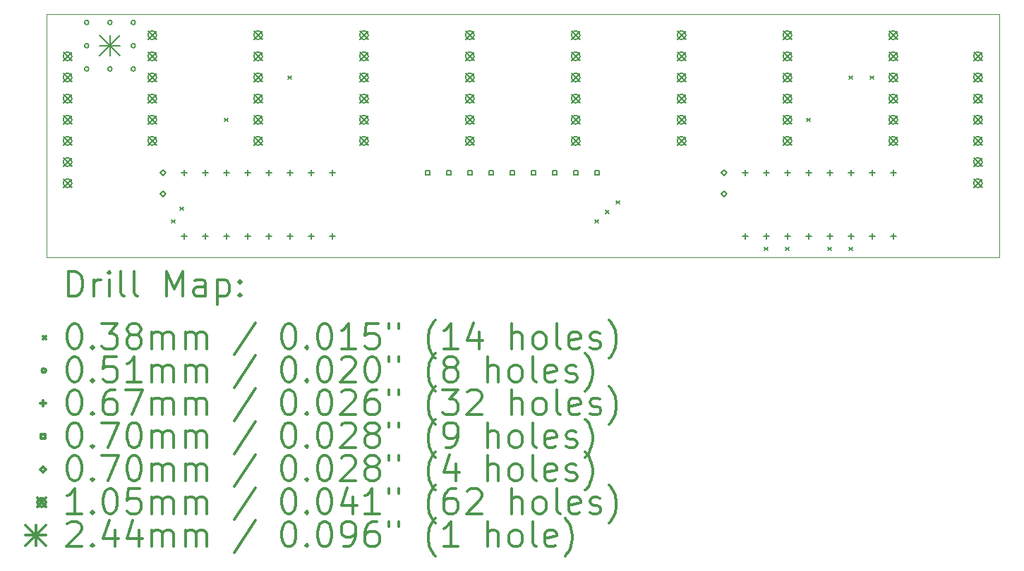
<source format=gbr>
%FSLAX45Y45*%
G04 Gerber Fmt 4.5, Leading zero omitted, Abs format (unit mm)*
G04 Created by KiCad (PCBNEW (2015-07-26 BZR 5996)-product) date 2015-09-04 23:49:22*
%MOMM*%
G01*
G04 APERTURE LIST*
%ADD10C,0.127000*%
%ADD11C,0.100000*%
%ADD12C,0.200000*%
%ADD13C,0.300000*%
G04 APERTURE END LIST*
D10*
D11*
X0Y-2921000D02*
X0Y0D01*
X11430000Y-2921000D02*
X0Y-2921000D01*
X11430000Y0D02*
X11430000Y-2921000D01*
X11430000Y0D02*
X0Y0D01*
D12*
X1504950Y-2470150D02*
X1543050Y-2508250D01*
X1543050Y-2470150D02*
X1504950Y-2508250D01*
X1606550Y-2317750D02*
X1644650Y-2355850D01*
X1644650Y-2317750D02*
X1606550Y-2355850D01*
X2139950Y-1250950D02*
X2178050Y-1289050D01*
X2178050Y-1250950D02*
X2139950Y-1289050D01*
X2901950Y-742950D02*
X2940050Y-781050D01*
X2940050Y-742950D02*
X2901950Y-781050D01*
X6584950Y-2470150D02*
X6623050Y-2508250D01*
X6623050Y-2470150D02*
X6584950Y-2508250D01*
X6711950Y-2355850D02*
X6750050Y-2393950D01*
X6750050Y-2355850D02*
X6711950Y-2393950D01*
X6838950Y-2241550D02*
X6877050Y-2279650D01*
X6877050Y-2241550D02*
X6838950Y-2279650D01*
X8616950Y-2800350D02*
X8655050Y-2838450D01*
X8655050Y-2800350D02*
X8616950Y-2838450D01*
X8870950Y-2800350D02*
X8909050Y-2838450D01*
X8909050Y-2800350D02*
X8870950Y-2838450D01*
X9124950Y-1250950D02*
X9163050Y-1289050D01*
X9163050Y-1250950D02*
X9124950Y-1289050D01*
X9378950Y-2800350D02*
X9417050Y-2838450D01*
X9417050Y-2800350D02*
X9378950Y-2838450D01*
X9632950Y-742950D02*
X9671050Y-781050D01*
X9671050Y-742950D02*
X9632950Y-781050D01*
X9632950Y-2800350D02*
X9671050Y-2838450D01*
X9671050Y-2800350D02*
X9632950Y-2838450D01*
X9886950Y-742950D02*
X9925050Y-781050D01*
X9925050Y-742950D02*
X9886950Y-781050D01*
X508000Y-101600D02*
G75*
G03X508000Y-101600I-25400J0D01*
G01*
X508000Y-381000D02*
G75*
G03X508000Y-381000I-25400J0D01*
G01*
X508000Y-660400D02*
G75*
G03X508000Y-660400I-25400J0D01*
G01*
X787400Y-101600D02*
G75*
G03X787400Y-101600I-25400J0D01*
G01*
X787400Y-660400D02*
G75*
G03X787400Y-660400I-25400J0D01*
G01*
X1066800Y-101600D02*
G75*
G03X1066800Y-101600I-25400J0D01*
G01*
X1066800Y-381000D02*
G75*
G03X1066800Y-381000I-25400J0D01*
G01*
X1066800Y-660400D02*
G75*
G03X1066800Y-660400I-25400J0D01*
G01*
X1651000Y-1871500D02*
X1651000Y-1938500D01*
X1617500Y-1905000D02*
X1684500Y-1905000D01*
X1651000Y-2633500D02*
X1651000Y-2700500D01*
X1617500Y-2667000D02*
X1684500Y-2667000D01*
X1905000Y-1871500D02*
X1905000Y-1938500D01*
X1871500Y-1905000D02*
X1938500Y-1905000D01*
X1905000Y-2633500D02*
X1905000Y-2700500D01*
X1871500Y-2667000D02*
X1938500Y-2667000D01*
X2159000Y-1871500D02*
X2159000Y-1938500D01*
X2125500Y-1905000D02*
X2192500Y-1905000D01*
X2159000Y-2633500D02*
X2159000Y-2700500D01*
X2125500Y-2667000D02*
X2192500Y-2667000D01*
X2413000Y-1871500D02*
X2413000Y-1938500D01*
X2379500Y-1905000D02*
X2446500Y-1905000D01*
X2413000Y-2633500D02*
X2413000Y-2700500D01*
X2379500Y-2667000D02*
X2446500Y-2667000D01*
X2667000Y-1871500D02*
X2667000Y-1938500D01*
X2633500Y-1905000D02*
X2700500Y-1905000D01*
X2667000Y-2633500D02*
X2667000Y-2700500D01*
X2633500Y-2667000D02*
X2700500Y-2667000D01*
X2921000Y-1871500D02*
X2921000Y-1938500D01*
X2887500Y-1905000D02*
X2954500Y-1905000D01*
X2921000Y-2633500D02*
X2921000Y-2700500D01*
X2887500Y-2667000D02*
X2954500Y-2667000D01*
X3175000Y-1871500D02*
X3175000Y-1938500D01*
X3141500Y-1905000D02*
X3208500Y-1905000D01*
X3175000Y-2633500D02*
X3175000Y-2700500D01*
X3141500Y-2667000D02*
X3208500Y-2667000D01*
X3429000Y-1871500D02*
X3429000Y-1938500D01*
X3395500Y-1905000D02*
X3462500Y-1905000D01*
X3429000Y-2633500D02*
X3429000Y-2700500D01*
X3395500Y-2667000D02*
X3462500Y-2667000D01*
X8382000Y-1871500D02*
X8382000Y-1938500D01*
X8348500Y-1905000D02*
X8415500Y-1905000D01*
X8382000Y-2633500D02*
X8382000Y-2700500D01*
X8348500Y-2667000D02*
X8415500Y-2667000D01*
X8636000Y-1871500D02*
X8636000Y-1938500D01*
X8602500Y-1905000D02*
X8669500Y-1905000D01*
X8636000Y-2633500D02*
X8636000Y-2700500D01*
X8602500Y-2667000D02*
X8669500Y-2667000D01*
X8890000Y-1871500D02*
X8890000Y-1938500D01*
X8856500Y-1905000D02*
X8923500Y-1905000D01*
X8890000Y-2633500D02*
X8890000Y-2700500D01*
X8856500Y-2667000D02*
X8923500Y-2667000D01*
X9144000Y-1871500D02*
X9144000Y-1938500D01*
X9110500Y-1905000D02*
X9177500Y-1905000D01*
X9144000Y-2633500D02*
X9144000Y-2700500D01*
X9110500Y-2667000D02*
X9177500Y-2667000D01*
X9398000Y-1871500D02*
X9398000Y-1938500D01*
X9364500Y-1905000D02*
X9431500Y-1905000D01*
X9398000Y-2633500D02*
X9398000Y-2700500D01*
X9364500Y-2667000D02*
X9431500Y-2667000D01*
X9652000Y-1871500D02*
X9652000Y-1938500D01*
X9618500Y-1905000D02*
X9685500Y-1905000D01*
X9652000Y-2633500D02*
X9652000Y-2700500D01*
X9618500Y-2667000D02*
X9685500Y-2667000D01*
X9906000Y-1871500D02*
X9906000Y-1938500D01*
X9872500Y-1905000D02*
X9939500Y-1905000D01*
X9906000Y-2633500D02*
X9906000Y-2700500D01*
X9872500Y-2667000D02*
X9939500Y-2667000D01*
X10160000Y-1871500D02*
X10160000Y-1938500D01*
X10126500Y-1905000D02*
X10193500Y-1905000D01*
X10160000Y-2633500D02*
X10160000Y-2700500D01*
X10126500Y-2667000D02*
X10193500Y-2667000D01*
X4596749Y-1929749D02*
X4596749Y-1880251D01*
X4547251Y-1880251D01*
X4547251Y-1929749D01*
X4596749Y-1929749D01*
X4850749Y-1929749D02*
X4850749Y-1880251D01*
X4801251Y-1880251D01*
X4801251Y-1929749D01*
X4850749Y-1929749D01*
X5104749Y-1929749D02*
X5104749Y-1880251D01*
X5055251Y-1880251D01*
X5055251Y-1929749D01*
X5104749Y-1929749D01*
X5358749Y-1929749D02*
X5358749Y-1880251D01*
X5309251Y-1880251D01*
X5309251Y-1929749D01*
X5358749Y-1929749D01*
X5612749Y-1929749D02*
X5612749Y-1880251D01*
X5563251Y-1880251D01*
X5563251Y-1929749D01*
X5612749Y-1929749D01*
X5866749Y-1929749D02*
X5866749Y-1880251D01*
X5817251Y-1880251D01*
X5817251Y-1929749D01*
X5866749Y-1929749D01*
X6120749Y-1929749D02*
X6120749Y-1880251D01*
X6071251Y-1880251D01*
X6071251Y-1929749D01*
X6120749Y-1929749D01*
X6374749Y-1929749D02*
X6374749Y-1880251D01*
X6325251Y-1880251D01*
X6325251Y-1929749D01*
X6374749Y-1929749D01*
X6628749Y-1929749D02*
X6628749Y-1880251D01*
X6579251Y-1880251D01*
X6579251Y-1929749D01*
X6628749Y-1929749D01*
X1397000Y-1940052D02*
X1432052Y-1905000D01*
X1397000Y-1869948D01*
X1361948Y-1905000D01*
X1397000Y-1940052D01*
X1397000Y-2194052D02*
X1432052Y-2159000D01*
X1397000Y-2123948D01*
X1361948Y-2159000D01*
X1397000Y-2194052D01*
X8128000Y-1940052D02*
X8163052Y-1905000D01*
X8128000Y-1869948D01*
X8092948Y-1905000D01*
X8128000Y-1940052D01*
X8128000Y-2194052D02*
X8163052Y-2159000D01*
X8128000Y-2123948D01*
X8092948Y-2159000D01*
X8128000Y-2194052D01*
X201549Y-455549D02*
X306451Y-560451D01*
X306451Y-455549D02*
X201549Y-560451D01*
X306451Y-508000D02*
G75*
G03X306451Y-508000I-52451J0D01*
G01*
X201549Y-709549D02*
X306451Y-814451D01*
X306451Y-709549D02*
X201549Y-814451D01*
X306451Y-762000D02*
G75*
G03X306451Y-762000I-52451J0D01*
G01*
X201549Y-963549D02*
X306451Y-1068451D01*
X306451Y-963549D02*
X201549Y-1068451D01*
X306451Y-1016000D02*
G75*
G03X306451Y-1016000I-52451J0D01*
G01*
X201549Y-1217549D02*
X306451Y-1322451D01*
X306451Y-1217549D02*
X201549Y-1322451D01*
X306451Y-1270000D02*
G75*
G03X306451Y-1270000I-52451J0D01*
G01*
X201549Y-1471549D02*
X306451Y-1576451D01*
X306451Y-1471549D02*
X201549Y-1576451D01*
X306451Y-1524000D02*
G75*
G03X306451Y-1524000I-52451J0D01*
G01*
X201549Y-1725549D02*
X306451Y-1830451D01*
X306451Y-1725549D02*
X201549Y-1830451D01*
X306451Y-1778000D02*
G75*
G03X306451Y-1778000I-52451J0D01*
G01*
X201549Y-1979549D02*
X306451Y-2084451D01*
X306451Y-1979549D02*
X201549Y-2084451D01*
X306451Y-2032000D02*
G75*
G03X306451Y-2032000I-52451J0D01*
G01*
X1217549Y-201549D02*
X1322451Y-306451D01*
X1322451Y-201549D02*
X1217549Y-306451D01*
X1322451Y-254000D02*
G75*
G03X1322451Y-254000I-52451J0D01*
G01*
X1217549Y-455549D02*
X1322451Y-560451D01*
X1322451Y-455549D02*
X1217549Y-560451D01*
X1322451Y-508000D02*
G75*
G03X1322451Y-508000I-52451J0D01*
G01*
X1217549Y-709549D02*
X1322451Y-814451D01*
X1322451Y-709549D02*
X1217549Y-814451D01*
X1322451Y-762000D02*
G75*
G03X1322451Y-762000I-52451J0D01*
G01*
X1217549Y-963549D02*
X1322451Y-1068451D01*
X1322451Y-963549D02*
X1217549Y-1068451D01*
X1322451Y-1016000D02*
G75*
G03X1322451Y-1016000I-52451J0D01*
G01*
X1217549Y-1217549D02*
X1322451Y-1322451D01*
X1322451Y-1217549D02*
X1217549Y-1322451D01*
X1322451Y-1270000D02*
G75*
G03X1322451Y-1270000I-52451J0D01*
G01*
X1217549Y-1471549D02*
X1322451Y-1576451D01*
X1322451Y-1471549D02*
X1217549Y-1576451D01*
X1322451Y-1524000D02*
G75*
G03X1322451Y-1524000I-52451J0D01*
G01*
X2487549Y-201549D02*
X2592451Y-306451D01*
X2592451Y-201549D02*
X2487549Y-306451D01*
X2592451Y-254000D02*
G75*
G03X2592451Y-254000I-52451J0D01*
G01*
X2487549Y-455549D02*
X2592451Y-560451D01*
X2592451Y-455549D02*
X2487549Y-560451D01*
X2592451Y-508000D02*
G75*
G03X2592451Y-508000I-52451J0D01*
G01*
X2487549Y-709549D02*
X2592451Y-814451D01*
X2592451Y-709549D02*
X2487549Y-814451D01*
X2592451Y-762000D02*
G75*
G03X2592451Y-762000I-52451J0D01*
G01*
X2487549Y-963549D02*
X2592451Y-1068451D01*
X2592451Y-963549D02*
X2487549Y-1068451D01*
X2592451Y-1016000D02*
G75*
G03X2592451Y-1016000I-52451J0D01*
G01*
X2487549Y-1217549D02*
X2592451Y-1322451D01*
X2592451Y-1217549D02*
X2487549Y-1322451D01*
X2592451Y-1270000D02*
G75*
G03X2592451Y-1270000I-52451J0D01*
G01*
X2487549Y-1471549D02*
X2592451Y-1576451D01*
X2592451Y-1471549D02*
X2487549Y-1576451D01*
X2592451Y-1524000D02*
G75*
G03X2592451Y-1524000I-52451J0D01*
G01*
X3757549Y-201549D02*
X3862451Y-306451D01*
X3862451Y-201549D02*
X3757549Y-306451D01*
X3862451Y-254000D02*
G75*
G03X3862451Y-254000I-52451J0D01*
G01*
X3757549Y-455549D02*
X3862451Y-560451D01*
X3862451Y-455549D02*
X3757549Y-560451D01*
X3862451Y-508000D02*
G75*
G03X3862451Y-508000I-52451J0D01*
G01*
X3757549Y-709549D02*
X3862451Y-814451D01*
X3862451Y-709549D02*
X3757549Y-814451D01*
X3862451Y-762000D02*
G75*
G03X3862451Y-762000I-52451J0D01*
G01*
X3757549Y-963549D02*
X3862451Y-1068451D01*
X3862451Y-963549D02*
X3757549Y-1068451D01*
X3862451Y-1016000D02*
G75*
G03X3862451Y-1016000I-52451J0D01*
G01*
X3757549Y-1217549D02*
X3862451Y-1322451D01*
X3862451Y-1217549D02*
X3757549Y-1322451D01*
X3862451Y-1270000D02*
G75*
G03X3862451Y-1270000I-52451J0D01*
G01*
X3757549Y-1471549D02*
X3862451Y-1576451D01*
X3862451Y-1471549D02*
X3757549Y-1576451D01*
X3862451Y-1524000D02*
G75*
G03X3862451Y-1524000I-52451J0D01*
G01*
X5027549Y-201549D02*
X5132451Y-306451D01*
X5132451Y-201549D02*
X5027549Y-306451D01*
X5132451Y-254000D02*
G75*
G03X5132451Y-254000I-52451J0D01*
G01*
X5027549Y-455549D02*
X5132451Y-560451D01*
X5132451Y-455549D02*
X5027549Y-560451D01*
X5132451Y-508000D02*
G75*
G03X5132451Y-508000I-52451J0D01*
G01*
X5027549Y-709549D02*
X5132451Y-814451D01*
X5132451Y-709549D02*
X5027549Y-814451D01*
X5132451Y-762000D02*
G75*
G03X5132451Y-762000I-52451J0D01*
G01*
X5027549Y-963549D02*
X5132451Y-1068451D01*
X5132451Y-963549D02*
X5027549Y-1068451D01*
X5132451Y-1016000D02*
G75*
G03X5132451Y-1016000I-52451J0D01*
G01*
X5027549Y-1217549D02*
X5132451Y-1322451D01*
X5132451Y-1217549D02*
X5027549Y-1322451D01*
X5132451Y-1270000D02*
G75*
G03X5132451Y-1270000I-52451J0D01*
G01*
X5027549Y-1471549D02*
X5132451Y-1576451D01*
X5132451Y-1471549D02*
X5027549Y-1576451D01*
X5132451Y-1524000D02*
G75*
G03X5132451Y-1524000I-52451J0D01*
G01*
X6297549Y-201549D02*
X6402451Y-306451D01*
X6402451Y-201549D02*
X6297549Y-306451D01*
X6402451Y-254000D02*
G75*
G03X6402451Y-254000I-52451J0D01*
G01*
X6297549Y-455549D02*
X6402451Y-560451D01*
X6402451Y-455549D02*
X6297549Y-560451D01*
X6402451Y-508000D02*
G75*
G03X6402451Y-508000I-52451J0D01*
G01*
X6297549Y-709549D02*
X6402451Y-814451D01*
X6402451Y-709549D02*
X6297549Y-814451D01*
X6402451Y-762000D02*
G75*
G03X6402451Y-762000I-52451J0D01*
G01*
X6297549Y-963549D02*
X6402451Y-1068451D01*
X6402451Y-963549D02*
X6297549Y-1068451D01*
X6402451Y-1016000D02*
G75*
G03X6402451Y-1016000I-52451J0D01*
G01*
X6297549Y-1217549D02*
X6402451Y-1322451D01*
X6402451Y-1217549D02*
X6297549Y-1322451D01*
X6402451Y-1270000D02*
G75*
G03X6402451Y-1270000I-52451J0D01*
G01*
X6297549Y-1471549D02*
X6402451Y-1576451D01*
X6402451Y-1471549D02*
X6297549Y-1576451D01*
X6402451Y-1524000D02*
G75*
G03X6402451Y-1524000I-52451J0D01*
G01*
X7567549Y-201549D02*
X7672451Y-306451D01*
X7672451Y-201549D02*
X7567549Y-306451D01*
X7672451Y-254000D02*
G75*
G03X7672451Y-254000I-52451J0D01*
G01*
X7567549Y-455549D02*
X7672451Y-560451D01*
X7672451Y-455549D02*
X7567549Y-560451D01*
X7672451Y-508000D02*
G75*
G03X7672451Y-508000I-52451J0D01*
G01*
X7567549Y-709549D02*
X7672451Y-814451D01*
X7672451Y-709549D02*
X7567549Y-814451D01*
X7672451Y-762000D02*
G75*
G03X7672451Y-762000I-52451J0D01*
G01*
X7567549Y-963549D02*
X7672451Y-1068451D01*
X7672451Y-963549D02*
X7567549Y-1068451D01*
X7672451Y-1016000D02*
G75*
G03X7672451Y-1016000I-52451J0D01*
G01*
X7567549Y-1217549D02*
X7672451Y-1322451D01*
X7672451Y-1217549D02*
X7567549Y-1322451D01*
X7672451Y-1270000D02*
G75*
G03X7672451Y-1270000I-52451J0D01*
G01*
X7567549Y-1471549D02*
X7672451Y-1576451D01*
X7672451Y-1471549D02*
X7567549Y-1576451D01*
X7672451Y-1524000D02*
G75*
G03X7672451Y-1524000I-52451J0D01*
G01*
X8837549Y-201549D02*
X8942451Y-306451D01*
X8942451Y-201549D02*
X8837549Y-306451D01*
X8942451Y-254000D02*
G75*
G03X8942451Y-254000I-52451J0D01*
G01*
X8837549Y-455549D02*
X8942451Y-560451D01*
X8942451Y-455549D02*
X8837549Y-560451D01*
X8942451Y-508000D02*
G75*
G03X8942451Y-508000I-52451J0D01*
G01*
X8837549Y-709549D02*
X8942451Y-814451D01*
X8942451Y-709549D02*
X8837549Y-814451D01*
X8942451Y-762000D02*
G75*
G03X8942451Y-762000I-52451J0D01*
G01*
X8837549Y-963549D02*
X8942451Y-1068451D01*
X8942451Y-963549D02*
X8837549Y-1068451D01*
X8942451Y-1016000D02*
G75*
G03X8942451Y-1016000I-52451J0D01*
G01*
X8837549Y-1217549D02*
X8942451Y-1322451D01*
X8942451Y-1217549D02*
X8837549Y-1322451D01*
X8942451Y-1270000D02*
G75*
G03X8942451Y-1270000I-52451J0D01*
G01*
X8837549Y-1471549D02*
X8942451Y-1576451D01*
X8942451Y-1471549D02*
X8837549Y-1576451D01*
X8942451Y-1524000D02*
G75*
G03X8942451Y-1524000I-52451J0D01*
G01*
X10107549Y-201549D02*
X10212451Y-306451D01*
X10212451Y-201549D02*
X10107549Y-306451D01*
X10212451Y-254000D02*
G75*
G03X10212451Y-254000I-52451J0D01*
G01*
X10107549Y-455549D02*
X10212451Y-560451D01*
X10212451Y-455549D02*
X10107549Y-560451D01*
X10212451Y-508000D02*
G75*
G03X10212451Y-508000I-52451J0D01*
G01*
X10107549Y-709549D02*
X10212451Y-814451D01*
X10212451Y-709549D02*
X10107549Y-814451D01*
X10212451Y-762000D02*
G75*
G03X10212451Y-762000I-52451J0D01*
G01*
X10107549Y-963549D02*
X10212451Y-1068451D01*
X10212451Y-963549D02*
X10107549Y-1068451D01*
X10212451Y-1016000D02*
G75*
G03X10212451Y-1016000I-52451J0D01*
G01*
X10107549Y-1217549D02*
X10212451Y-1322451D01*
X10212451Y-1217549D02*
X10107549Y-1322451D01*
X10212451Y-1270000D02*
G75*
G03X10212451Y-1270000I-52451J0D01*
G01*
X10107549Y-1471549D02*
X10212451Y-1576451D01*
X10212451Y-1471549D02*
X10107549Y-1576451D01*
X10212451Y-1524000D02*
G75*
G03X10212451Y-1524000I-52451J0D01*
G01*
X11123549Y-455549D02*
X11228451Y-560451D01*
X11228451Y-455549D02*
X11123549Y-560451D01*
X11228451Y-508000D02*
G75*
G03X11228451Y-508000I-52451J0D01*
G01*
X11123549Y-709549D02*
X11228451Y-814451D01*
X11228451Y-709549D02*
X11123549Y-814451D01*
X11228451Y-762000D02*
G75*
G03X11228451Y-762000I-52451J0D01*
G01*
X11123549Y-963549D02*
X11228451Y-1068451D01*
X11228451Y-963549D02*
X11123549Y-1068451D01*
X11228451Y-1016000D02*
G75*
G03X11228451Y-1016000I-52451J0D01*
G01*
X11123549Y-1217549D02*
X11228451Y-1322451D01*
X11228451Y-1217549D02*
X11123549Y-1322451D01*
X11228451Y-1270000D02*
G75*
G03X11228451Y-1270000I-52451J0D01*
G01*
X11123549Y-1471549D02*
X11228451Y-1576451D01*
X11228451Y-1471549D02*
X11123549Y-1576451D01*
X11228451Y-1524000D02*
G75*
G03X11228451Y-1524000I-52451J0D01*
G01*
X11123549Y-1725549D02*
X11228451Y-1830451D01*
X11228451Y-1725549D02*
X11123549Y-1830451D01*
X11228451Y-1778000D02*
G75*
G03X11228451Y-1778000I-52451J0D01*
G01*
X11123549Y-1979549D02*
X11228451Y-2084451D01*
X11228451Y-1979549D02*
X11123549Y-2084451D01*
X11228451Y-2032000D02*
G75*
G03X11228451Y-2032000I-52451J0D01*
G01*
X640080Y-259080D02*
X883920Y-502920D01*
X883920Y-259080D02*
X640080Y-502920D01*
X762000Y-259080D02*
X762000Y-502920D01*
X640080Y-381000D02*
X883920Y-381000D01*
D13*
X266429Y-3391714D02*
X266429Y-3091714D01*
X337857Y-3091714D01*
X380714Y-3106000D01*
X409286Y-3134571D01*
X423571Y-3163143D01*
X437857Y-3220286D01*
X437857Y-3263143D01*
X423571Y-3320286D01*
X409286Y-3348857D01*
X380714Y-3377429D01*
X337857Y-3391714D01*
X266429Y-3391714D01*
X566429Y-3391714D02*
X566429Y-3191714D01*
X566429Y-3248857D02*
X580714Y-3220286D01*
X595000Y-3206000D01*
X623571Y-3191714D01*
X652143Y-3191714D01*
X752143Y-3391714D02*
X752143Y-3191714D01*
X752143Y-3091714D02*
X737857Y-3106000D01*
X752143Y-3120286D01*
X766428Y-3106000D01*
X752143Y-3091714D01*
X752143Y-3120286D01*
X937857Y-3391714D02*
X909286Y-3377429D01*
X895000Y-3348857D01*
X895000Y-3091714D01*
X1095000Y-3391714D02*
X1066429Y-3377429D01*
X1052143Y-3348857D01*
X1052143Y-3091714D01*
X1437857Y-3391714D02*
X1437857Y-3091714D01*
X1537857Y-3306000D01*
X1637857Y-3091714D01*
X1637857Y-3391714D01*
X1909286Y-3391714D02*
X1909286Y-3234571D01*
X1895000Y-3206000D01*
X1866428Y-3191714D01*
X1809286Y-3191714D01*
X1780714Y-3206000D01*
X1909286Y-3377429D02*
X1880714Y-3391714D01*
X1809286Y-3391714D01*
X1780714Y-3377429D01*
X1766428Y-3348857D01*
X1766428Y-3320286D01*
X1780714Y-3291714D01*
X1809286Y-3277429D01*
X1880714Y-3277429D01*
X1909286Y-3263143D01*
X2052143Y-3191714D02*
X2052143Y-3491714D01*
X2052143Y-3206000D02*
X2080714Y-3191714D01*
X2137857Y-3191714D01*
X2166429Y-3206000D01*
X2180714Y-3220286D01*
X2195000Y-3248857D01*
X2195000Y-3334571D01*
X2180714Y-3363143D01*
X2166429Y-3377429D01*
X2137857Y-3391714D01*
X2080714Y-3391714D01*
X2052143Y-3377429D01*
X2323571Y-3363143D02*
X2337857Y-3377429D01*
X2323571Y-3391714D01*
X2309286Y-3377429D01*
X2323571Y-3363143D01*
X2323571Y-3391714D01*
X2323571Y-3206000D02*
X2337857Y-3220286D01*
X2323571Y-3234571D01*
X2309286Y-3220286D01*
X2323571Y-3206000D01*
X2323571Y-3234571D01*
X-43100Y-3866950D02*
X-5000Y-3905050D01*
X-5000Y-3866950D02*
X-43100Y-3905050D01*
X323571Y-3721714D02*
X352143Y-3721714D01*
X380714Y-3736000D01*
X395000Y-3750286D01*
X409286Y-3778857D01*
X423571Y-3836000D01*
X423571Y-3907429D01*
X409286Y-3964571D01*
X395000Y-3993143D01*
X380714Y-4007429D01*
X352143Y-4021714D01*
X323571Y-4021714D01*
X295000Y-4007429D01*
X280714Y-3993143D01*
X266429Y-3964571D01*
X252143Y-3907429D01*
X252143Y-3836000D01*
X266429Y-3778857D01*
X280714Y-3750286D01*
X295000Y-3736000D01*
X323571Y-3721714D01*
X552143Y-3993143D02*
X566429Y-4007429D01*
X552143Y-4021714D01*
X537857Y-4007429D01*
X552143Y-3993143D01*
X552143Y-4021714D01*
X666428Y-3721714D02*
X852143Y-3721714D01*
X752143Y-3836000D01*
X795000Y-3836000D01*
X823571Y-3850286D01*
X837857Y-3864571D01*
X852143Y-3893143D01*
X852143Y-3964571D01*
X837857Y-3993143D01*
X823571Y-4007429D01*
X795000Y-4021714D01*
X709286Y-4021714D01*
X680714Y-4007429D01*
X666428Y-3993143D01*
X1023571Y-3850286D02*
X995000Y-3836000D01*
X980714Y-3821714D01*
X966428Y-3793143D01*
X966428Y-3778857D01*
X980714Y-3750286D01*
X995000Y-3736000D01*
X1023571Y-3721714D01*
X1080714Y-3721714D01*
X1109286Y-3736000D01*
X1123571Y-3750286D01*
X1137857Y-3778857D01*
X1137857Y-3793143D01*
X1123571Y-3821714D01*
X1109286Y-3836000D01*
X1080714Y-3850286D01*
X1023571Y-3850286D01*
X995000Y-3864571D01*
X980714Y-3878857D01*
X966428Y-3907429D01*
X966428Y-3964571D01*
X980714Y-3993143D01*
X995000Y-4007429D01*
X1023571Y-4021714D01*
X1080714Y-4021714D01*
X1109286Y-4007429D01*
X1123571Y-3993143D01*
X1137857Y-3964571D01*
X1137857Y-3907429D01*
X1123571Y-3878857D01*
X1109286Y-3864571D01*
X1080714Y-3850286D01*
X1266429Y-4021714D02*
X1266429Y-3821714D01*
X1266429Y-3850286D02*
X1280714Y-3836000D01*
X1309286Y-3821714D01*
X1352143Y-3821714D01*
X1380714Y-3836000D01*
X1395000Y-3864571D01*
X1395000Y-4021714D01*
X1395000Y-3864571D02*
X1409286Y-3836000D01*
X1437857Y-3821714D01*
X1480714Y-3821714D01*
X1509286Y-3836000D01*
X1523571Y-3864571D01*
X1523571Y-4021714D01*
X1666428Y-4021714D02*
X1666428Y-3821714D01*
X1666428Y-3850286D02*
X1680714Y-3836000D01*
X1709286Y-3821714D01*
X1752143Y-3821714D01*
X1780714Y-3836000D01*
X1795000Y-3864571D01*
X1795000Y-4021714D01*
X1795000Y-3864571D02*
X1809286Y-3836000D01*
X1837857Y-3821714D01*
X1880714Y-3821714D01*
X1909286Y-3836000D01*
X1923571Y-3864571D01*
X1923571Y-4021714D01*
X2509286Y-3707429D02*
X2252143Y-4093143D01*
X2895000Y-3721714D02*
X2923571Y-3721714D01*
X2952143Y-3736000D01*
X2966428Y-3750286D01*
X2980714Y-3778857D01*
X2995000Y-3836000D01*
X2995000Y-3907429D01*
X2980714Y-3964571D01*
X2966428Y-3993143D01*
X2952143Y-4007429D01*
X2923571Y-4021714D01*
X2895000Y-4021714D01*
X2866428Y-4007429D01*
X2852143Y-3993143D01*
X2837857Y-3964571D01*
X2823571Y-3907429D01*
X2823571Y-3836000D01*
X2837857Y-3778857D01*
X2852143Y-3750286D01*
X2866428Y-3736000D01*
X2895000Y-3721714D01*
X3123571Y-3993143D02*
X3137857Y-4007429D01*
X3123571Y-4021714D01*
X3109286Y-4007429D01*
X3123571Y-3993143D01*
X3123571Y-4021714D01*
X3323571Y-3721714D02*
X3352143Y-3721714D01*
X3380714Y-3736000D01*
X3395000Y-3750286D01*
X3409285Y-3778857D01*
X3423571Y-3836000D01*
X3423571Y-3907429D01*
X3409285Y-3964571D01*
X3395000Y-3993143D01*
X3380714Y-4007429D01*
X3352143Y-4021714D01*
X3323571Y-4021714D01*
X3295000Y-4007429D01*
X3280714Y-3993143D01*
X3266428Y-3964571D01*
X3252143Y-3907429D01*
X3252143Y-3836000D01*
X3266428Y-3778857D01*
X3280714Y-3750286D01*
X3295000Y-3736000D01*
X3323571Y-3721714D01*
X3709285Y-4021714D02*
X3537857Y-4021714D01*
X3623571Y-4021714D02*
X3623571Y-3721714D01*
X3595000Y-3764571D01*
X3566428Y-3793143D01*
X3537857Y-3807429D01*
X3980714Y-3721714D02*
X3837857Y-3721714D01*
X3823571Y-3864571D01*
X3837857Y-3850286D01*
X3866428Y-3836000D01*
X3937857Y-3836000D01*
X3966428Y-3850286D01*
X3980714Y-3864571D01*
X3995000Y-3893143D01*
X3995000Y-3964571D01*
X3980714Y-3993143D01*
X3966428Y-4007429D01*
X3937857Y-4021714D01*
X3866428Y-4021714D01*
X3837857Y-4007429D01*
X3823571Y-3993143D01*
X4109286Y-3721714D02*
X4109286Y-3778857D01*
X4223571Y-3721714D02*
X4223571Y-3778857D01*
X4666428Y-4136000D02*
X4652143Y-4121714D01*
X4623571Y-4078857D01*
X4609286Y-4050286D01*
X4595000Y-4007429D01*
X4580714Y-3936000D01*
X4580714Y-3878857D01*
X4595000Y-3807429D01*
X4609286Y-3764571D01*
X4623571Y-3736000D01*
X4652143Y-3693143D01*
X4666428Y-3678857D01*
X4937857Y-4021714D02*
X4766428Y-4021714D01*
X4852143Y-4021714D02*
X4852143Y-3721714D01*
X4823571Y-3764571D01*
X4795000Y-3793143D01*
X4766428Y-3807429D01*
X5195000Y-3821714D02*
X5195000Y-4021714D01*
X5123571Y-3707429D02*
X5052143Y-3921714D01*
X5237857Y-3921714D01*
X5580714Y-4021714D02*
X5580714Y-3721714D01*
X5709285Y-4021714D02*
X5709285Y-3864571D01*
X5695000Y-3836000D01*
X5666428Y-3821714D01*
X5623571Y-3821714D01*
X5595000Y-3836000D01*
X5580714Y-3850286D01*
X5895000Y-4021714D02*
X5866428Y-4007429D01*
X5852143Y-3993143D01*
X5837857Y-3964571D01*
X5837857Y-3878857D01*
X5852143Y-3850286D01*
X5866428Y-3836000D01*
X5895000Y-3821714D01*
X5937857Y-3821714D01*
X5966428Y-3836000D01*
X5980714Y-3850286D01*
X5995000Y-3878857D01*
X5995000Y-3964571D01*
X5980714Y-3993143D01*
X5966428Y-4007429D01*
X5937857Y-4021714D01*
X5895000Y-4021714D01*
X6166428Y-4021714D02*
X6137857Y-4007429D01*
X6123571Y-3978857D01*
X6123571Y-3721714D01*
X6395000Y-4007429D02*
X6366428Y-4021714D01*
X6309286Y-4021714D01*
X6280714Y-4007429D01*
X6266428Y-3978857D01*
X6266428Y-3864571D01*
X6280714Y-3836000D01*
X6309286Y-3821714D01*
X6366428Y-3821714D01*
X6395000Y-3836000D01*
X6409286Y-3864571D01*
X6409286Y-3893143D01*
X6266428Y-3921714D01*
X6523571Y-4007429D02*
X6552143Y-4021714D01*
X6609286Y-4021714D01*
X6637857Y-4007429D01*
X6652143Y-3978857D01*
X6652143Y-3964571D01*
X6637857Y-3936000D01*
X6609286Y-3921714D01*
X6566428Y-3921714D01*
X6537857Y-3907429D01*
X6523571Y-3878857D01*
X6523571Y-3864571D01*
X6537857Y-3836000D01*
X6566428Y-3821714D01*
X6609286Y-3821714D01*
X6637857Y-3836000D01*
X6752143Y-4136000D02*
X6766428Y-4121714D01*
X6795000Y-4078857D01*
X6809286Y-4050286D01*
X6823571Y-4007429D01*
X6837857Y-3936000D01*
X6837857Y-3878857D01*
X6823571Y-3807429D01*
X6809286Y-3764571D01*
X6795000Y-3736000D01*
X6766428Y-3693143D01*
X6752143Y-3678857D01*
X-5000Y-4282000D02*
G75*
G03X-5000Y-4282000I-25400J0D01*
G01*
X323571Y-4117714D02*
X352143Y-4117714D01*
X380714Y-4132000D01*
X395000Y-4146286D01*
X409286Y-4174857D01*
X423571Y-4232000D01*
X423571Y-4303429D01*
X409286Y-4360572D01*
X395000Y-4389143D01*
X380714Y-4403429D01*
X352143Y-4417714D01*
X323571Y-4417714D01*
X295000Y-4403429D01*
X280714Y-4389143D01*
X266429Y-4360572D01*
X252143Y-4303429D01*
X252143Y-4232000D01*
X266429Y-4174857D01*
X280714Y-4146286D01*
X295000Y-4132000D01*
X323571Y-4117714D01*
X552143Y-4389143D02*
X566429Y-4403429D01*
X552143Y-4417714D01*
X537857Y-4403429D01*
X552143Y-4389143D01*
X552143Y-4417714D01*
X837857Y-4117714D02*
X695000Y-4117714D01*
X680714Y-4260572D01*
X695000Y-4246286D01*
X723571Y-4232000D01*
X795000Y-4232000D01*
X823571Y-4246286D01*
X837857Y-4260572D01*
X852143Y-4289143D01*
X852143Y-4360572D01*
X837857Y-4389143D01*
X823571Y-4403429D01*
X795000Y-4417714D01*
X723571Y-4417714D01*
X695000Y-4403429D01*
X680714Y-4389143D01*
X1137857Y-4417714D02*
X966428Y-4417714D01*
X1052143Y-4417714D02*
X1052143Y-4117714D01*
X1023571Y-4160571D01*
X995000Y-4189143D01*
X966428Y-4203429D01*
X1266429Y-4417714D02*
X1266429Y-4217714D01*
X1266429Y-4246286D02*
X1280714Y-4232000D01*
X1309286Y-4217714D01*
X1352143Y-4217714D01*
X1380714Y-4232000D01*
X1395000Y-4260572D01*
X1395000Y-4417714D01*
X1395000Y-4260572D02*
X1409286Y-4232000D01*
X1437857Y-4217714D01*
X1480714Y-4217714D01*
X1509286Y-4232000D01*
X1523571Y-4260572D01*
X1523571Y-4417714D01*
X1666428Y-4417714D02*
X1666428Y-4217714D01*
X1666428Y-4246286D02*
X1680714Y-4232000D01*
X1709286Y-4217714D01*
X1752143Y-4217714D01*
X1780714Y-4232000D01*
X1795000Y-4260572D01*
X1795000Y-4417714D01*
X1795000Y-4260572D02*
X1809286Y-4232000D01*
X1837857Y-4217714D01*
X1880714Y-4217714D01*
X1909286Y-4232000D01*
X1923571Y-4260572D01*
X1923571Y-4417714D01*
X2509286Y-4103429D02*
X2252143Y-4489143D01*
X2895000Y-4117714D02*
X2923571Y-4117714D01*
X2952143Y-4132000D01*
X2966428Y-4146286D01*
X2980714Y-4174857D01*
X2995000Y-4232000D01*
X2995000Y-4303429D01*
X2980714Y-4360572D01*
X2966428Y-4389143D01*
X2952143Y-4403429D01*
X2923571Y-4417714D01*
X2895000Y-4417714D01*
X2866428Y-4403429D01*
X2852143Y-4389143D01*
X2837857Y-4360572D01*
X2823571Y-4303429D01*
X2823571Y-4232000D01*
X2837857Y-4174857D01*
X2852143Y-4146286D01*
X2866428Y-4132000D01*
X2895000Y-4117714D01*
X3123571Y-4389143D02*
X3137857Y-4403429D01*
X3123571Y-4417714D01*
X3109286Y-4403429D01*
X3123571Y-4389143D01*
X3123571Y-4417714D01*
X3323571Y-4117714D02*
X3352143Y-4117714D01*
X3380714Y-4132000D01*
X3395000Y-4146286D01*
X3409285Y-4174857D01*
X3423571Y-4232000D01*
X3423571Y-4303429D01*
X3409285Y-4360572D01*
X3395000Y-4389143D01*
X3380714Y-4403429D01*
X3352143Y-4417714D01*
X3323571Y-4417714D01*
X3295000Y-4403429D01*
X3280714Y-4389143D01*
X3266428Y-4360572D01*
X3252143Y-4303429D01*
X3252143Y-4232000D01*
X3266428Y-4174857D01*
X3280714Y-4146286D01*
X3295000Y-4132000D01*
X3323571Y-4117714D01*
X3537857Y-4146286D02*
X3552143Y-4132000D01*
X3580714Y-4117714D01*
X3652143Y-4117714D01*
X3680714Y-4132000D01*
X3695000Y-4146286D01*
X3709285Y-4174857D01*
X3709285Y-4203429D01*
X3695000Y-4246286D01*
X3523571Y-4417714D01*
X3709285Y-4417714D01*
X3895000Y-4117714D02*
X3923571Y-4117714D01*
X3952143Y-4132000D01*
X3966428Y-4146286D01*
X3980714Y-4174857D01*
X3995000Y-4232000D01*
X3995000Y-4303429D01*
X3980714Y-4360572D01*
X3966428Y-4389143D01*
X3952143Y-4403429D01*
X3923571Y-4417714D01*
X3895000Y-4417714D01*
X3866428Y-4403429D01*
X3852143Y-4389143D01*
X3837857Y-4360572D01*
X3823571Y-4303429D01*
X3823571Y-4232000D01*
X3837857Y-4174857D01*
X3852143Y-4146286D01*
X3866428Y-4132000D01*
X3895000Y-4117714D01*
X4109286Y-4117714D02*
X4109286Y-4174857D01*
X4223571Y-4117714D02*
X4223571Y-4174857D01*
X4666428Y-4532000D02*
X4652143Y-4517714D01*
X4623571Y-4474857D01*
X4609286Y-4446286D01*
X4595000Y-4403429D01*
X4580714Y-4332000D01*
X4580714Y-4274857D01*
X4595000Y-4203429D01*
X4609286Y-4160571D01*
X4623571Y-4132000D01*
X4652143Y-4089143D01*
X4666428Y-4074857D01*
X4823571Y-4246286D02*
X4795000Y-4232000D01*
X4780714Y-4217714D01*
X4766428Y-4189143D01*
X4766428Y-4174857D01*
X4780714Y-4146286D01*
X4795000Y-4132000D01*
X4823571Y-4117714D01*
X4880714Y-4117714D01*
X4909286Y-4132000D01*
X4923571Y-4146286D01*
X4937857Y-4174857D01*
X4937857Y-4189143D01*
X4923571Y-4217714D01*
X4909286Y-4232000D01*
X4880714Y-4246286D01*
X4823571Y-4246286D01*
X4795000Y-4260572D01*
X4780714Y-4274857D01*
X4766428Y-4303429D01*
X4766428Y-4360572D01*
X4780714Y-4389143D01*
X4795000Y-4403429D01*
X4823571Y-4417714D01*
X4880714Y-4417714D01*
X4909286Y-4403429D01*
X4923571Y-4389143D01*
X4937857Y-4360572D01*
X4937857Y-4303429D01*
X4923571Y-4274857D01*
X4909286Y-4260572D01*
X4880714Y-4246286D01*
X5295000Y-4417714D02*
X5295000Y-4117714D01*
X5423571Y-4417714D02*
X5423571Y-4260572D01*
X5409286Y-4232000D01*
X5380714Y-4217714D01*
X5337857Y-4217714D01*
X5309286Y-4232000D01*
X5295000Y-4246286D01*
X5609285Y-4417714D02*
X5580714Y-4403429D01*
X5566428Y-4389143D01*
X5552143Y-4360572D01*
X5552143Y-4274857D01*
X5566428Y-4246286D01*
X5580714Y-4232000D01*
X5609285Y-4217714D01*
X5652143Y-4217714D01*
X5680714Y-4232000D01*
X5695000Y-4246286D01*
X5709285Y-4274857D01*
X5709285Y-4360572D01*
X5695000Y-4389143D01*
X5680714Y-4403429D01*
X5652143Y-4417714D01*
X5609285Y-4417714D01*
X5880714Y-4417714D02*
X5852143Y-4403429D01*
X5837857Y-4374857D01*
X5837857Y-4117714D01*
X6109286Y-4403429D02*
X6080714Y-4417714D01*
X6023571Y-4417714D01*
X5995000Y-4403429D01*
X5980714Y-4374857D01*
X5980714Y-4260572D01*
X5995000Y-4232000D01*
X6023571Y-4217714D01*
X6080714Y-4217714D01*
X6109286Y-4232000D01*
X6123571Y-4260572D01*
X6123571Y-4289143D01*
X5980714Y-4317714D01*
X6237857Y-4403429D02*
X6266428Y-4417714D01*
X6323571Y-4417714D01*
X6352143Y-4403429D01*
X6366428Y-4374857D01*
X6366428Y-4360572D01*
X6352143Y-4332000D01*
X6323571Y-4317714D01*
X6280714Y-4317714D01*
X6252143Y-4303429D01*
X6237857Y-4274857D01*
X6237857Y-4260572D01*
X6252143Y-4232000D01*
X6280714Y-4217714D01*
X6323571Y-4217714D01*
X6352143Y-4232000D01*
X6466428Y-4532000D02*
X6480714Y-4517714D01*
X6509286Y-4474857D01*
X6523571Y-4446286D01*
X6537857Y-4403429D01*
X6552143Y-4332000D01*
X6552143Y-4274857D01*
X6537857Y-4203429D01*
X6523571Y-4160571D01*
X6509286Y-4132000D01*
X6480714Y-4089143D01*
X6466428Y-4074857D01*
X-38500Y-4644500D02*
X-38500Y-4711500D01*
X-72000Y-4678000D02*
X-5000Y-4678000D01*
X323571Y-4513714D02*
X352143Y-4513714D01*
X380714Y-4528000D01*
X395000Y-4542286D01*
X409286Y-4570857D01*
X423571Y-4628000D01*
X423571Y-4699429D01*
X409286Y-4756572D01*
X395000Y-4785143D01*
X380714Y-4799429D01*
X352143Y-4813714D01*
X323571Y-4813714D01*
X295000Y-4799429D01*
X280714Y-4785143D01*
X266429Y-4756572D01*
X252143Y-4699429D01*
X252143Y-4628000D01*
X266429Y-4570857D01*
X280714Y-4542286D01*
X295000Y-4528000D01*
X323571Y-4513714D01*
X552143Y-4785143D02*
X566429Y-4799429D01*
X552143Y-4813714D01*
X537857Y-4799429D01*
X552143Y-4785143D01*
X552143Y-4813714D01*
X823571Y-4513714D02*
X766428Y-4513714D01*
X737857Y-4528000D01*
X723571Y-4542286D01*
X695000Y-4585143D01*
X680714Y-4642286D01*
X680714Y-4756572D01*
X695000Y-4785143D01*
X709286Y-4799429D01*
X737857Y-4813714D01*
X795000Y-4813714D01*
X823571Y-4799429D01*
X837857Y-4785143D01*
X852143Y-4756572D01*
X852143Y-4685143D01*
X837857Y-4656572D01*
X823571Y-4642286D01*
X795000Y-4628000D01*
X737857Y-4628000D01*
X709286Y-4642286D01*
X695000Y-4656572D01*
X680714Y-4685143D01*
X952143Y-4513714D02*
X1152143Y-4513714D01*
X1023571Y-4813714D01*
X1266429Y-4813714D02*
X1266429Y-4613714D01*
X1266429Y-4642286D02*
X1280714Y-4628000D01*
X1309286Y-4613714D01*
X1352143Y-4613714D01*
X1380714Y-4628000D01*
X1395000Y-4656572D01*
X1395000Y-4813714D01*
X1395000Y-4656572D02*
X1409286Y-4628000D01*
X1437857Y-4613714D01*
X1480714Y-4613714D01*
X1509286Y-4628000D01*
X1523571Y-4656572D01*
X1523571Y-4813714D01*
X1666428Y-4813714D02*
X1666428Y-4613714D01*
X1666428Y-4642286D02*
X1680714Y-4628000D01*
X1709286Y-4613714D01*
X1752143Y-4613714D01*
X1780714Y-4628000D01*
X1795000Y-4656572D01*
X1795000Y-4813714D01*
X1795000Y-4656572D02*
X1809286Y-4628000D01*
X1837857Y-4613714D01*
X1880714Y-4613714D01*
X1909286Y-4628000D01*
X1923571Y-4656572D01*
X1923571Y-4813714D01*
X2509286Y-4499429D02*
X2252143Y-4885143D01*
X2895000Y-4513714D02*
X2923571Y-4513714D01*
X2952143Y-4528000D01*
X2966428Y-4542286D01*
X2980714Y-4570857D01*
X2995000Y-4628000D01*
X2995000Y-4699429D01*
X2980714Y-4756572D01*
X2966428Y-4785143D01*
X2952143Y-4799429D01*
X2923571Y-4813714D01*
X2895000Y-4813714D01*
X2866428Y-4799429D01*
X2852143Y-4785143D01*
X2837857Y-4756572D01*
X2823571Y-4699429D01*
X2823571Y-4628000D01*
X2837857Y-4570857D01*
X2852143Y-4542286D01*
X2866428Y-4528000D01*
X2895000Y-4513714D01*
X3123571Y-4785143D02*
X3137857Y-4799429D01*
X3123571Y-4813714D01*
X3109286Y-4799429D01*
X3123571Y-4785143D01*
X3123571Y-4813714D01*
X3323571Y-4513714D02*
X3352143Y-4513714D01*
X3380714Y-4528000D01*
X3395000Y-4542286D01*
X3409285Y-4570857D01*
X3423571Y-4628000D01*
X3423571Y-4699429D01*
X3409285Y-4756572D01*
X3395000Y-4785143D01*
X3380714Y-4799429D01*
X3352143Y-4813714D01*
X3323571Y-4813714D01*
X3295000Y-4799429D01*
X3280714Y-4785143D01*
X3266428Y-4756572D01*
X3252143Y-4699429D01*
X3252143Y-4628000D01*
X3266428Y-4570857D01*
X3280714Y-4542286D01*
X3295000Y-4528000D01*
X3323571Y-4513714D01*
X3537857Y-4542286D02*
X3552143Y-4528000D01*
X3580714Y-4513714D01*
X3652143Y-4513714D01*
X3680714Y-4528000D01*
X3695000Y-4542286D01*
X3709285Y-4570857D01*
X3709285Y-4599429D01*
X3695000Y-4642286D01*
X3523571Y-4813714D01*
X3709285Y-4813714D01*
X3966428Y-4513714D02*
X3909285Y-4513714D01*
X3880714Y-4528000D01*
X3866428Y-4542286D01*
X3837857Y-4585143D01*
X3823571Y-4642286D01*
X3823571Y-4756572D01*
X3837857Y-4785143D01*
X3852143Y-4799429D01*
X3880714Y-4813714D01*
X3937857Y-4813714D01*
X3966428Y-4799429D01*
X3980714Y-4785143D01*
X3995000Y-4756572D01*
X3995000Y-4685143D01*
X3980714Y-4656572D01*
X3966428Y-4642286D01*
X3937857Y-4628000D01*
X3880714Y-4628000D01*
X3852143Y-4642286D01*
X3837857Y-4656572D01*
X3823571Y-4685143D01*
X4109286Y-4513714D02*
X4109286Y-4570857D01*
X4223571Y-4513714D02*
X4223571Y-4570857D01*
X4666428Y-4928000D02*
X4652143Y-4913714D01*
X4623571Y-4870857D01*
X4609286Y-4842286D01*
X4595000Y-4799429D01*
X4580714Y-4728000D01*
X4580714Y-4670857D01*
X4595000Y-4599429D01*
X4609286Y-4556572D01*
X4623571Y-4528000D01*
X4652143Y-4485143D01*
X4666428Y-4470857D01*
X4752143Y-4513714D02*
X4937857Y-4513714D01*
X4837857Y-4628000D01*
X4880714Y-4628000D01*
X4909286Y-4642286D01*
X4923571Y-4656572D01*
X4937857Y-4685143D01*
X4937857Y-4756572D01*
X4923571Y-4785143D01*
X4909286Y-4799429D01*
X4880714Y-4813714D01*
X4795000Y-4813714D01*
X4766428Y-4799429D01*
X4752143Y-4785143D01*
X5052143Y-4542286D02*
X5066428Y-4528000D01*
X5095000Y-4513714D01*
X5166428Y-4513714D01*
X5195000Y-4528000D01*
X5209286Y-4542286D01*
X5223571Y-4570857D01*
X5223571Y-4599429D01*
X5209286Y-4642286D01*
X5037857Y-4813714D01*
X5223571Y-4813714D01*
X5580714Y-4813714D02*
X5580714Y-4513714D01*
X5709285Y-4813714D02*
X5709285Y-4656572D01*
X5695000Y-4628000D01*
X5666428Y-4613714D01*
X5623571Y-4613714D01*
X5595000Y-4628000D01*
X5580714Y-4642286D01*
X5895000Y-4813714D02*
X5866428Y-4799429D01*
X5852143Y-4785143D01*
X5837857Y-4756572D01*
X5837857Y-4670857D01*
X5852143Y-4642286D01*
X5866428Y-4628000D01*
X5895000Y-4613714D01*
X5937857Y-4613714D01*
X5966428Y-4628000D01*
X5980714Y-4642286D01*
X5995000Y-4670857D01*
X5995000Y-4756572D01*
X5980714Y-4785143D01*
X5966428Y-4799429D01*
X5937857Y-4813714D01*
X5895000Y-4813714D01*
X6166428Y-4813714D02*
X6137857Y-4799429D01*
X6123571Y-4770857D01*
X6123571Y-4513714D01*
X6395000Y-4799429D02*
X6366428Y-4813714D01*
X6309286Y-4813714D01*
X6280714Y-4799429D01*
X6266428Y-4770857D01*
X6266428Y-4656572D01*
X6280714Y-4628000D01*
X6309286Y-4613714D01*
X6366428Y-4613714D01*
X6395000Y-4628000D01*
X6409286Y-4656572D01*
X6409286Y-4685143D01*
X6266428Y-4713714D01*
X6523571Y-4799429D02*
X6552143Y-4813714D01*
X6609286Y-4813714D01*
X6637857Y-4799429D01*
X6652143Y-4770857D01*
X6652143Y-4756572D01*
X6637857Y-4728000D01*
X6609286Y-4713714D01*
X6566428Y-4713714D01*
X6537857Y-4699429D01*
X6523571Y-4670857D01*
X6523571Y-4656572D01*
X6537857Y-4628000D01*
X6566428Y-4613714D01*
X6609286Y-4613714D01*
X6637857Y-4628000D01*
X6752143Y-4928000D02*
X6766428Y-4913714D01*
X6795000Y-4870857D01*
X6809286Y-4842286D01*
X6823571Y-4799429D01*
X6837857Y-4728000D01*
X6837857Y-4670857D01*
X6823571Y-4599429D01*
X6809286Y-4556572D01*
X6795000Y-4528000D01*
X6766428Y-4485143D01*
X6752143Y-4470857D01*
X-15251Y-5098749D02*
X-15251Y-5049251D01*
X-64749Y-5049251D01*
X-64749Y-5098749D01*
X-15251Y-5098749D01*
X323571Y-4909714D02*
X352143Y-4909714D01*
X380714Y-4924000D01*
X395000Y-4938286D01*
X409286Y-4966857D01*
X423571Y-5024000D01*
X423571Y-5095429D01*
X409286Y-5152572D01*
X395000Y-5181143D01*
X380714Y-5195429D01*
X352143Y-5209714D01*
X323571Y-5209714D01*
X295000Y-5195429D01*
X280714Y-5181143D01*
X266429Y-5152572D01*
X252143Y-5095429D01*
X252143Y-5024000D01*
X266429Y-4966857D01*
X280714Y-4938286D01*
X295000Y-4924000D01*
X323571Y-4909714D01*
X552143Y-5181143D02*
X566429Y-5195429D01*
X552143Y-5209714D01*
X537857Y-5195429D01*
X552143Y-5181143D01*
X552143Y-5209714D01*
X666428Y-4909714D02*
X866428Y-4909714D01*
X737857Y-5209714D01*
X1037857Y-4909714D02*
X1066429Y-4909714D01*
X1095000Y-4924000D01*
X1109286Y-4938286D01*
X1123571Y-4966857D01*
X1137857Y-5024000D01*
X1137857Y-5095429D01*
X1123571Y-5152572D01*
X1109286Y-5181143D01*
X1095000Y-5195429D01*
X1066429Y-5209714D01*
X1037857Y-5209714D01*
X1009286Y-5195429D01*
X995000Y-5181143D01*
X980714Y-5152572D01*
X966428Y-5095429D01*
X966428Y-5024000D01*
X980714Y-4966857D01*
X995000Y-4938286D01*
X1009286Y-4924000D01*
X1037857Y-4909714D01*
X1266429Y-5209714D02*
X1266429Y-5009714D01*
X1266429Y-5038286D02*
X1280714Y-5024000D01*
X1309286Y-5009714D01*
X1352143Y-5009714D01*
X1380714Y-5024000D01*
X1395000Y-5052572D01*
X1395000Y-5209714D01*
X1395000Y-5052572D02*
X1409286Y-5024000D01*
X1437857Y-5009714D01*
X1480714Y-5009714D01*
X1509286Y-5024000D01*
X1523571Y-5052572D01*
X1523571Y-5209714D01*
X1666428Y-5209714D02*
X1666428Y-5009714D01*
X1666428Y-5038286D02*
X1680714Y-5024000D01*
X1709286Y-5009714D01*
X1752143Y-5009714D01*
X1780714Y-5024000D01*
X1795000Y-5052572D01*
X1795000Y-5209714D01*
X1795000Y-5052572D02*
X1809286Y-5024000D01*
X1837857Y-5009714D01*
X1880714Y-5009714D01*
X1909286Y-5024000D01*
X1923571Y-5052572D01*
X1923571Y-5209714D01*
X2509286Y-4895429D02*
X2252143Y-5281143D01*
X2895000Y-4909714D02*
X2923571Y-4909714D01*
X2952143Y-4924000D01*
X2966428Y-4938286D01*
X2980714Y-4966857D01*
X2995000Y-5024000D01*
X2995000Y-5095429D01*
X2980714Y-5152572D01*
X2966428Y-5181143D01*
X2952143Y-5195429D01*
X2923571Y-5209714D01*
X2895000Y-5209714D01*
X2866428Y-5195429D01*
X2852143Y-5181143D01*
X2837857Y-5152572D01*
X2823571Y-5095429D01*
X2823571Y-5024000D01*
X2837857Y-4966857D01*
X2852143Y-4938286D01*
X2866428Y-4924000D01*
X2895000Y-4909714D01*
X3123571Y-5181143D02*
X3137857Y-5195429D01*
X3123571Y-5209714D01*
X3109286Y-5195429D01*
X3123571Y-5181143D01*
X3123571Y-5209714D01*
X3323571Y-4909714D02*
X3352143Y-4909714D01*
X3380714Y-4924000D01*
X3395000Y-4938286D01*
X3409285Y-4966857D01*
X3423571Y-5024000D01*
X3423571Y-5095429D01*
X3409285Y-5152572D01*
X3395000Y-5181143D01*
X3380714Y-5195429D01*
X3352143Y-5209714D01*
X3323571Y-5209714D01*
X3295000Y-5195429D01*
X3280714Y-5181143D01*
X3266428Y-5152572D01*
X3252143Y-5095429D01*
X3252143Y-5024000D01*
X3266428Y-4966857D01*
X3280714Y-4938286D01*
X3295000Y-4924000D01*
X3323571Y-4909714D01*
X3537857Y-4938286D02*
X3552143Y-4924000D01*
X3580714Y-4909714D01*
X3652143Y-4909714D01*
X3680714Y-4924000D01*
X3695000Y-4938286D01*
X3709285Y-4966857D01*
X3709285Y-4995429D01*
X3695000Y-5038286D01*
X3523571Y-5209714D01*
X3709285Y-5209714D01*
X3880714Y-5038286D02*
X3852143Y-5024000D01*
X3837857Y-5009714D01*
X3823571Y-4981143D01*
X3823571Y-4966857D01*
X3837857Y-4938286D01*
X3852143Y-4924000D01*
X3880714Y-4909714D01*
X3937857Y-4909714D01*
X3966428Y-4924000D01*
X3980714Y-4938286D01*
X3995000Y-4966857D01*
X3995000Y-4981143D01*
X3980714Y-5009714D01*
X3966428Y-5024000D01*
X3937857Y-5038286D01*
X3880714Y-5038286D01*
X3852143Y-5052572D01*
X3837857Y-5066857D01*
X3823571Y-5095429D01*
X3823571Y-5152572D01*
X3837857Y-5181143D01*
X3852143Y-5195429D01*
X3880714Y-5209714D01*
X3937857Y-5209714D01*
X3966428Y-5195429D01*
X3980714Y-5181143D01*
X3995000Y-5152572D01*
X3995000Y-5095429D01*
X3980714Y-5066857D01*
X3966428Y-5052572D01*
X3937857Y-5038286D01*
X4109286Y-4909714D02*
X4109286Y-4966857D01*
X4223571Y-4909714D02*
X4223571Y-4966857D01*
X4666428Y-5324000D02*
X4652143Y-5309714D01*
X4623571Y-5266857D01*
X4609286Y-5238286D01*
X4595000Y-5195429D01*
X4580714Y-5124000D01*
X4580714Y-5066857D01*
X4595000Y-4995429D01*
X4609286Y-4952572D01*
X4623571Y-4924000D01*
X4652143Y-4881143D01*
X4666428Y-4866857D01*
X4795000Y-5209714D02*
X4852143Y-5209714D01*
X4880714Y-5195429D01*
X4895000Y-5181143D01*
X4923571Y-5138286D01*
X4937857Y-5081143D01*
X4937857Y-4966857D01*
X4923571Y-4938286D01*
X4909286Y-4924000D01*
X4880714Y-4909714D01*
X4823571Y-4909714D01*
X4795000Y-4924000D01*
X4780714Y-4938286D01*
X4766428Y-4966857D01*
X4766428Y-5038286D01*
X4780714Y-5066857D01*
X4795000Y-5081143D01*
X4823571Y-5095429D01*
X4880714Y-5095429D01*
X4909286Y-5081143D01*
X4923571Y-5066857D01*
X4937857Y-5038286D01*
X5295000Y-5209714D02*
X5295000Y-4909714D01*
X5423571Y-5209714D02*
X5423571Y-5052572D01*
X5409286Y-5024000D01*
X5380714Y-5009714D01*
X5337857Y-5009714D01*
X5309286Y-5024000D01*
X5295000Y-5038286D01*
X5609285Y-5209714D02*
X5580714Y-5195429D01*
X5566428Y-5181143D01*
X5552143Y-5152572D01*
X5552143Y-5066857D01*
X5566428Y-5038286D01*
X5580714Y-5024000D01*
X5609285Y-5009714D01*
X5652143Y-5009714D01*
X5680714Y-5024000D01*
X5695000Y-5038286D01*
X5709285Y-5066857D01*
X5709285Y-5152572D01*
X5695000Y-5181143D01*
X5680714Y-5195429D01*
X5652143Y-5209714D01*
X5609285Y-5209714D01*
X5880714Y-5209714D02*
X5852143Y-5195429D01*
X5837857Y-5166857D01*
X5837857Y-4909714D01*
X6109286Y-5195429D02*
X6080714Y-5209714D01*
X6023571Y-5209714D01*
X5995000Y-5195429D01*
X5980714Y-5166857D01*
X5980714Y-5052572D01*
X5995000Y-5024000D01*
X6023571Y-5009714D01*
X6080714Y-5009714D01*
X6109286Y-5024000D01*
X6123571Y-5052572D01*
X6123571Y-5081143D01*
X5980714Y-5109714D01*
X6237857Y-5195429D02*
X6266428Y-5209714D01*
X6323571Y-5209714D01*
X6352143Y-5195429D01*
X6366428Y-5166857D01*
X6366428Y-5152572D01*
X6352143Y-5124000D01*
X6323571Y-5109714D01*
X6280714Y-5109714D01*
X6252143Y-5095429D01*
X6237857Y-5066857D01*
X6237857Y-5052572D01*
X6252143Y-5024000D01*
X6280714Y-5009714D01*
X6323571Y-5009714D01*
X6352143Y-5024000D01*
X6466428Y-5324000D02*
X6480714Y-5309714D01*
X6509286Y-5266857D01*
X6523571Y-5238286D01*
X6537857Y-5195429D01*
X6552143Y-5124000D01*
X6552143Y-5066857D01*
X6537857Y-4995429D01*
X6523571Y-4952572D01*
X6509286Y-4924000D01*
X6480714Y-4881143D01*
X6466428Y-4866857D01*
X-40052Y-5505052D02*
X-5000Y-5470000D01*
X-40052Y-5434948D01*
X-75104Y-5470000D01*
X-40052Y-5505052D01*
X323571Y-5305714D02*
X352143Y-5305714D01*
X380714Y-5320000D01*
X395000Y-5334286D01*
X409286Y-5362857D01*
X423571Y-5420000D01*
X423571Y-5491429D01*
X409286Y-5548572D01*
X395000Y-5577143D01*
X380714Y-5591429D01*
X352143Y-5605714D01*
X323571Y-5605714D01*
X295000Y-5591429D01*
X280714Y-5577143D01*
X266429Y-5548572D01*
X252143Y-5491429D01*
X252143Y-5420000D01*
X266429Y-5362857D01*
X280714Y-5334286D01*
X295000Y-5320000D01*
X323571Y-5305714D01*
X552143Y-5577143D02*
X566429Y-5591429D01*
X552143Y-5605714D01*
X537857Y-5591429D01*
X552143Y-5577143D01*
X552143Y-5605714D01*
X666428Y-5305714D02*
X866428Y-5305714D01*
X737857Y-5605714D01*
X1037857Y-5305714D02*
X1066429Y-5305714D01*
X1095000Y-5320000D01*
X1109286Y-5334286D01*
X1123571Y-5362857D01*
X1137857Y-5420000D01*
X1137857Y-5491429D01*
X1123571Y-5548572D01*
X1109286Y-5577143D01*
X1095000Y-5591429D01*
X1066429Y-5605714D01*
X1037857Y-5605714D01*
X1009286Y-5591429D01*
X995000Y-5577143D01*
X980714Y-5548572D01*
X966428Y-5491429D01*
X966428Y-5420000D01*
X980714Y-5362857D01*
X995000Y-5334286D01*
X1009286Y-5320000D01*
X1037857Y-5305714D01*
X1266429Y-5605714D02*
X1266429Y-5405714D01*
X1266429Y-5434286D02*
X1280714Y-5420000D01*
X1309286Y-5405714D01*
X1352143Y-5405714D01*
X1380714Y-5420000D01*
X1395000Y-5448572D01*
X1395000Y-5605714D01*
X1395000Y-5448572D02*
X1409286Y-5420000D01*
X1437857Y-5405714D01*
X1480714Y-5405714D01*
X1509286Y-5420000D01*
X1523571Y-5448572D01*
X1523571Y-5605714D01*
X1666428Y-5605714D02*
X1666428Y-5405714D01*
X1666428Y-5434286D02*
X1680714Y-5420000D01*
X1709286Y-5405714D01*
X1752143Y-5405714D01*
X1780714Y-5420000D01*
X1795000Y-5448572D01*
X1795000Y-5605714D01*
X1795000Y-5448572D02*
X1809286Y-5420000D01*
X1837857Y-5405714D01*
X1880714Y-5405714D01*
X1909286Y-5420000D01*
X1923571Y-5448572D01*
X1923571Y-5605714D01*
X2509286Y-5291429D02*
X2252143Y-5677143D01*
X2895000Y-5305714D02*
X2923571Y-5305714D01*
X2952143Y-5320000D01*
X2966428Y-5334286D01*
X2980714Y-5362857D01*
X2995000Y-5420000D01*
X2995000Y-5491429D01*
X2980714Y-5548572D01*
X2966428Y-5577143D01*
X2952143Y-5591429D01*
X2923571Y-5605714D01*
X2895000Y-5605714D01*
X2866428Y-5591429D01*
X2852143Y-5577143D01*
X2837857Y-5548572D01*
X2823571Y-5491429D01*
X2823571Y-5420000D01*
X2837857Y-5362857D01*
X2852143Y-5334286D01*
X2866428Y-5320000D01*
X2895000Y-5305714D01*
X3123571Y-5577143D02*
X3137857Y-5591429D01*
X3123571Y-5605714D01*
X3109286Y-5591429D01*
X3123571Y-5577143D01*
X3123571Y-5605714D01*
X3323571Y-5305714D02*
X3352143Y-5305714D01*
X3380714Y-5320000D01*
X3395000Y-5334286D01*
X3409285Y-5362857D01*
X3423571Y-5420000D01*
X3423571Y-5491429D01*
X3409285Y-5548572D01*
X3395000Y-5577143D01*
X3380714Y-5591429D01*
X3352143Y-5605714D01*
X3323571Y-5605714D01*
X3295000Y-5591429D01*
X3280714Y-5577143D01*
X3266428Y-5548572D01*
X3252143Y-5491429D01*
X3252143Y-5420000D01*
X3266428Y-5362857D01*
X3280714Y-5334286D01*
X3295000Y-5320000D01*
X3323571Y-5305714D01*
X3537857Y-5334286D02*
X3552143Y-5320000D01*
X3580714Y-5305714D01*
X3652143Y-5305714D01*
X3680714Y-5320000D01*
X3695000Y-5334286D01*
X3709285Y-5362857D01*
X3709285Y-5391429D01*
X3695000Y-5434286D01*
X3523571Y-5605714D01*
X3709285Y-5605714D01*
X3880714Y-5434286D02*
X3852143Y-5420000D01*
X3837857Y-5405714D01*
X3823571Y-5377143D01*
X3823571Y-5362857D01*
X3837857Y-5334286D01*
X3852143Y-5320000D01*
X3880714Y-5305714D01*
X3937857Y-5305714D01*
X3966428Y-5320000D01*
X3980714Y-5334286D01*
X3995000Y-5362857D01*
X3995000Y-5377143D01*
X3980714Y-5405714D01*
X3966428Y-5420000D01*
X3937857Y-5434286D01*
X3880714Y-5434286D01*
X3852143Y-5448572D01*
X3837857Y-5462857D01*
X3823571Y-5491429D01*
X3823571Y-5548572D01*
X3837857Y-5577143D01*
X3852143Y-5591429D01*
X3880714Y-5605714D01*
X3937857Y-5605714D01*
X3966428Y-5591429D01*
X3980714Y-5577143D01*
X3995000Y-5548572D01*
X3995000Y-5491429D01*
X3980714Y-5462857D01*
X3966428Y-5448572D01*
X3937857Y-5434286D01*
X4109286Y-5305714D02*
X4109286Y-5362857D01*
X4223571Y-5305714D02*
X4223571Y-5362857D01*
X4666428Y-5720000D02*
X4652143Y-5705714D01*
X4623571Y-5662857D01*
X4609286Y-5634286D01*
X4595000Y-5591429D01*
X4580714Y-5520000D01*
X4580714Y-5462857D01*
X4595000Y-5391429D01*
X4609286Y-5348572D01*
X4623571Y-5320000D01*
X4652143Y-5277143D01*
X4666428Y-5262857D01*
X4909286Y-5405714D02*
X4909286Y-5605714D01*
X4837857Y-5291429D02*
X4766428Y-5505714D01*
X4952143Y-5505714D01*
X5295000Y-5605714D02*
X5295000Y-5305714D01*
X5423571Y-5605714D02*
X5423571Y-5448572D01*
X5409286Y-5420000D01*
X5380714Y-5405714D01*
X5337857Y-5405714D01*
X5309286Y-5420000D01*
X5295000Y-5434286D01*
X5609285Y-5605714D02*
X5580714Y-5591429D01*
X5566428Y-5577143D01*
X5552143Y-5548572D01*
X5552143Y-5462857D01*
X5566428Y-5434286D01*
X5580714Y-5420000D01*
X5609285Y-5405714D01*
X5652143Y-5405714D01*
X5680714Y-5420000D01*
X5695000Y-5434286D01*
X5709285Y-5462857D01*
X5709285Y-5548572D01*
X5695000Y-5577143D01*
X5680714Y-5591429D01*
X5652143Y-5605714D01*
X5609285Y-5605714D01*
X5880714Y-5605714D02*
X5852143Y-5591429D01*
X5837857Y-5562857D01*
X5837857Y-5305714D01*
X6109286Y-5591429D02*
X6080714Y-5605714D01*
X6023571Y-5605714D01*
X5995000Y-5591429D01*
X5980714Y-5562857D01*
X5980714Y-5448572D01*
X5995000Y-5420000D01*
X6023571Y-5405714D01*
X6080714Y-5405714D01*
X6109286Y-5420000D01*
X6123571Y-5448572D01*
X6123571Y-5477143D01*
X5980714Y-5505714D01*
X6237857Y-5591429D02*
X6266428Y-5605714D01*
X6323571Y-5605714D01*
X6352143Y-5591429D01*
X6366428Y-5562857D01*
X6366428Y-5548572D01*
X6352143Y-5520000D01*
X6323571Y-5505714D01*
X6280714Y-5505714D01*
X6252143Y-5491429D01*
X6237857Y-5462857D01*
X6237857Y-5448572D01*
X6252143Y-5420000D01*
X6280714Y-5405714D01*
X6323571Y-5405714D01*
X6352143Y-5420000D01*
X6466428Y-5720000D02*
X6480714Y-5705714D01*
X6509286Y-5662857D01*
X6523571Y-5634286D01*
X6537857Y-5591429D01*
X6552143Y-5520000D01*
X6552143Y-5462857D01*
X6537857Y-5391429D01*
X6523571Y-5348572D01*
X6509286Y-5320000D01*
X6480714Y-5277143D01*
X6466428Y-5262857D01*
X-109902Y-5813549D02*
X-5000Y-5918451D01*
X-5000Y-5813549D02*
X-109902Y-5918451D01*
X-5000Y-5866000D02*
G75*
G03X-5000Y-5866000I-52451J0D01*
G01*
X423571Y-6001714D02*
X252143Y-6001714D01*
X337857Y-6001714D02*
X337857Y-5701714D01*
X309286Y-5744571D01*
X280714Y-5773143D01*
X252143Y-5787429D01*
X552143Y-5973143D02*
X566429Y-5987429D01*
X552143Y-6001714D01*
X537857Y-5987429D01*
X552143Y-5973143D01*
X552143Y-6001714D01*
X752143Y-5701714D02*
X780714Y-5701714D01*
X809286Y-5716000D01*
X823571Y-5730286D01*
X837857Y-5758857D01*
X852143Y-5816000D01*
X852143Y-5887429D01*
X837857Y-5944571D01*
X823571Y-5973143D01*
X809286Y-5987429D01*
X780714Y-6001714D01*
X752143Y-6001714D01*
X723571Y-5987429D01*
X709286Y-5973143D01*
X695000Y-5944571D01*
X680714Y-5887429D01*
X680714Y-5816000D01*
X695000Y-5758857D01*
X709286Y-5730286D01*
X723571Y-5716000D01*
X752143Y-5701714D01*
X1123571Y-5701714D02*
X980714Y-5701714D01*
X966428Y-5844571D01*
X980714Y-5830286D01*
X1009286Y-5816000D01*
X1080714Y-5816000D01*
X1109286Y-5830286D01*
X1123571Y-5844571D01*
X1137857Y-5873143D01*
X1137857Y-5944571D01*
X1123571Y-5973143D01*
X1109286Y-5987429D01*
X1080714Y-6001714D01*
X1009286Y-6001714D01*
X980714Y-5987429D01*
X966428Y-5973143D01*
X1266429Y-6001714D02*
X1266429Y-5801714D01*
X1266429Y-5830286D02*
X1280714Y-5816000D01*
X1309286Y-5801714D01*
X1352143Y-5801714D01*
X1380714Y-5816000D01*
X1395000Y-5844571D01*
X1395000Y-6001714D01*
X1395000Y-5844571D02*
X1409286Y-5816000D01*
X1437857Y-5801714D01*
X1480714Y-5801714D01*
X1509286Y-5816000D01*
X1523571Y-5844571D01*
X1523571Y-6001714D01*
X1666428Y-6001714D02*
X1666428Y-5801714D01*
X1666428Y-5830286D02*
X1680714Y-5816000D01*
X1709286Y-5801714D01*
X1752143Y-5801714D01*
X1780714Y-5816000D01*
X1795000Y-5844571D01*
X1795000Y-6001714D01*
X1795000Y-5844571D02*
X1809286Y-5816000D01*
X1837857Y-5801714D01*
X1880714Y-5801714D01*
X1909286Y-5816000D01*
X1923571Y-5844571D01*
X1923571Y-6001714D01*
X2509286Y-5687429D02*
X2252143Y-6073143D01*
X2895000Y-5701714D02*
X2923571Y-5701714D01*
X2952143Y-5716000D01*
X2966428Y-5730286D01*
X2980714Y-5758857D01*
X2995000Y-5816000D01*
X2995000Y-5887429D01*
X2980714Y-5944571D01*
X2966428Y-5973143D01*
X2952143Y-5987429D01*
X2923571Y-6001714D01*
X2895000Y-6001714D01*
X2866428Y-5987429D01*
X2852143Y-5973143D01*
X2837857Y-5944571D01*
X2823571Y-5887429D01*
X2823571Y-5816000D01*
X2837857Y-5758857D01*
X2852143Y-5730286D01*
X2866428Y-5716000D01*
X2895000Y-5701714D01*
X3123571Y-5973143D02*
X3137857Y-5987429D01*
X3123571Y-6001714D01*
X3109286Y-5987429D01*
X3123571Y-5973143D01*
X3123571Y-6001714D01*
X3323571Y-5701714D02*
X3352143Y-5701714D01*
X3380714Y-5716000D01*
X3395000Y-5730286D01*
X3409285Y-5758857D01*
X3423571Y-5816000D01*
X3423571Y-5887429D01*
X3409285Y-5944571D01*
X3395000Y-5973143D01*
X3380714Y-5987429D01*
X3352143Y-6001714D01*
X3323571Y-6001714D01*
X3295000Y-5987429D01*
X3280714Y-5973143D01*
X3266428Y-5944571D01*
X3252143Y-5887429D01*
X3252143Y-5816000D01*
X3266428Y-5758857D01*
X3280714Y-5730286D01*
X3295000Y-5716000D01*
X3323571Y-5701714D01*
X3680714Y-5801714D02*
X3680714Y-6001714D01*
X3609285Y-5687429D02*
X3537857Y-5901714D01*
X3723571Y-5901714D01*
X3995000Y-6001714D02*
X3823571Y-6001714D01*
X3909285Y-6001714D02*
X3909285Y-5701714D01*
X3880714Y-5744571D01*
X3852143Y-5773143D01*
X3823571Y-5787429D01*
X4109286Y-5701714D02*
X4109286Y-5758857D01*
X4223571Y-5701714D02*
X4223571Y-5758857D01*
X4666428Y-6116000D02*
X4652143Y-6101714D01*
X4623571Y-6058857D01*
X4609286Y-6030286D01*
X4595000Y-5987429D01*
X4580714Y-5916000D01*
X4580714Y-5858857D01*
X4595000Y-5787429D01*
X4609286Y-5744571D01*
X4623571Y-5716000D01*
X4652143Y-5673143D01*
X4666428Y-5658857D01*
X4909286Y-5701714D02*
X4852143Y-5701714D01*
X4823571Y-5716000D01*
X4809286Y-5730286D01*
X4780714Y-5773143D01*
X4766428Y-5830286D01*
X4766428Y-5944571D01*
X4780714Y-5973143D01*
X4795000Y-5987429D01*
X4823571Y-6001714D01*
X4880714Y-6001714D01*
X4909286Y-5987429D01*
X4923571Y-5973143D01*
X4937857Y-5944571D01*
X4937857Y-5873143D01*
X4923571Y-5844571D01*
X4909286Y-5830286D01*
X4880714Y-5816000D01*
X4823571Y-5816000D01*
X4795000Y-5830286D01*
X4780714Y-5844571D01*
X4766428Y-5873143D01*
X5052143Y-5730286D02*
X5066428Y-5716000D01*
X5095000Y-5701714D01*
X5166428Y-5701714D01*
X5195000Y-5716000D01*
X5209286Y-5730286D01*
X5223571Y-5758857D01*
X5223571Y-5787429D01*
X5209286Y-5830286D01*
X5037857Y-6001714D01*
X5223571Y-6001714D01*
X5580714Y-6001714D02*
X5580714Y-5701714D01*
X5709285Y-6001714D02*
X5709285Y-5844571D01*
X5695000Y-5816000D01*
X5666428Y-5801714D01*
X5623571Y-5801714D01*
X5595000Y-5816000D01*
X5580714Y-5830286D01*
X5895000Y-6001714D02*
X5866428Y-5987429D01*
X5852143Y-5973143D01*
X5837857Y-5944571D01*
X5837857Y-5858857D01*
X5852143Y-5830286D01*
X5866428Y-5816000D01*
X5895000Y-5801714D01*
X5937857Y-5801714D01*
X5966428Y-5816000D01*
X5980714Y-5830286D01*
X5995000Y-5858857D01*
X5995000Y-5944571D01*
X5980714Y-5973143D01*
X5966428Y-5987429D01*
X5937857Y-6001714D01*
X5895000Y-6001714D01*
X6166428Y-6001714D02*
X6137857Y-5987429D01*
X6123571Y-5958857D01*
X6123571Y-5701714D01*
X6395000Y-5987429D02*
X6366428Y-6001714D01*
X6309286Y-6001714D01*
X6280714Y-5987429D01*
X6266428Y-5958857D01*
X6266428Y-5844571D01*
X6280714Y-5816000D01*
X6309286Y-5801714D01*
X6366428Y-5801714D01*
X6395000Y-5816000D01*
X6409286Y-5844571D01*
X6409286Y-5873143D01*
X6266428Y-5901714D01*
X6523571Y-5987429D02*
X6552143Y-6001714D01*
X6609286Y-6001714D01*
X6637857Y-5987429D01*
X6652143Y-5958857D01*
X6652143Y-5944571D01*
X6637857Y-5916000D01*
X6609286Y-5901714D01*
X6566428Y-5901714D01*
X6537857Y-5887429D01*
X6523571Y-5858857D01*
X6523571Y-5844571D01*
X6537857Y-5816000D01*
X6566428Y-5801714D01*
X6609286Y-5801714D01*
X6637857Y-5816000D01*
X6752143Y-6116000D02*
X6766428Y-6101714D01*
X6795000Y-6058857D01*
X6809286Y-6030286D01*
X6823571Y-5987429D01*
X6837857Y-5916000D01*
X6837857Y-5858857D01*
X6823571Y-5787429D01*
X6809286Y-5744571D01*
X6795000Y-5716000D01*
X6766428Y-5673143D01*
X6752143Y-5658857D01*
X-248840Y-6140080D02*
X-5000Y-6383920D01*
X-5000Y-6140080D02*
X-248840Y-6383920D01*
X-126920Y-6140080D02*
X-126920Y-6383920D01*
X-248840Y-6262000D02*
X-5000Y-6262000D01*
X252143Y-6126286D02*
X266429Y-6112000D01*
X295000Y-6097714D01*
X366428Y-6097714D01*
X395000Y-6112000D01*
X409286Y-6126286D01*
X423571Y-6154857D01*
X423571Y-6183429D01*
X409286Y-6226286D01*
X237857Y-6397714D01*
X423571Y-6397714D01*
X552143Y-6369143D02*
X566429Y-6383429D01*
X552143Y-6397714D01*
X537857Y-6383429D01*
X552143Y-6369143D01*
X552143Y-6397714D01*
X823571Y-6197714D02*
X823571Y-6397714D01*
X752143Y-6083429D02*
X680714Y-6297714D01*
X866428Y-6297714D01*
X1109286Y-6197714D02*
X1109286Y-6397714D01*
X1037857Y-6083429D02*
X966428Y-6297714D01*
X1152143Y-6297714D01*
X1266429Y-6397714D02*
X1266429Y-6197714D01*
X1266429Y-6226286D02*
X1280714Y-6212000D01*
X1309286Y-6197714D01*
X1352143Y-6197714D01*
X1380714Y-6212000D01*
X1395000Y-6240571D01*
X1395000Y-6397714D01*
X1395000Y-6240571D02*
X1409286Y-6212000D01*
X1437857Y-6197714D01*
X1480714Y-6197714D01*
X1509286Y-6212000D01*
X1523571Y-6240571D01*
X1523571Y-6397714D01*
X1666428Y-6397714D02*
X1666428Y-6197714D01*
X1666428Y-6226286D02*
X1680714Y-6212000D01*
X1709286Y-6197714D01*
X1752143Y-6197714D01*
X1780714Y-6212000D01*
X1795000Y-6240571D01*
X1795000Y-6397714D01*
X1795000Y-6240571D02*
X1809286Y-6212000D01*
X1837857Y-6197714D01*
X1880714Y-6197714D01*
X1909286Y-6212000D01*
X1923571Y-6240571D01*
X1923571Y-6397714D01*
X2509286Y-6083429D02*
X2252143Y-6469143D01*
X2895000Y-6097714D02*
X2923571Y-6097714D01*
X2952143Y-6112000D01*
X2966428Y-6126286D01*
X2980714Y-6154857D01*
X2995000Y-6212000D01*
X2995000Y-6283429D01*
X2980714Y-6340571D01*
X2966428Y-6369143D01*
X2952143Y-6383429D01*
X2923571Y-6397714D01*
X2895000Y-6397714D01*
X2866428Y-6383429D01*
X2852143Y-6369143D01*
X2837857Y-6340571D01*
X2823571Y-6283429D01*
X2823571Y-6212000D01*
X2837857Y-6154857D01*
X2852143Y-6126286D01*
X2866428Y-6112000D01*
X2895000Y-6097714D01*
X3123571Y-6369143D02*
X3137857Y-6383429D01*
X3123571Y-6397714D01*
X3109286Y-6383429D01*
X3123571Y-6369143D01*
X3123571Y-6397714D01*
X3323571Y-6097714D02*
X3352143Y-6097714D01*
X3380714Y-6112000D01*
X3395000Y-6126286D01*
X3409285Y-6154857D01*
X3423571Y-6212000D01*
X3423571Y-6283429D01*
X3409285Y-6340571D01*
X3395000Y-6369143D01*
X3380714Y-6383429D01*
X3352143Y-6397714D01*
X3323571Y-6397714D01*
X3295000Y-6383429D01*
X3280714Y-6369143D01*
X3266428Y-6340571D01*
X3252143Y-6283429D01*
X3252143Y-6212000D01*
X3266428Y-6154857D01*
X3280714Y-6126286D01*
X3295000Y-6112000D01*
X3323571Y-6097714D01*
X3566428Y-6397714D02*
X3623571Y-6397714D01*
X3652143Y-6383429D01*
X3666428Y-6369143D01*
X3695000Y-6326286D01*
X3709285Y-6269143D01*
X3709285Y-6154857D01*
X3695000Y-6126286D01*
X3680714Y-6112000D01*
X3652143Y-6097714D01*
X3595000Y-6097714D01*
X3566428Y-6112000D01*
X3552143Y-6126286D01*
X3537857Y-6154857D01*
X3537857Y-6226286D01*
X3552143Y-6254857D01*
X3566428Y-6269143D01*
X3595000Y-6283429D01*
X3652143Y-6283429D01*
X3680714Y-6269143D01*
X3695000Y-6254857D01*
X3709285Y-6226286D01*
X3966428Y-6097714D02*
X3909285Y-6097714D01*
X3880714Y-6112000D01*
X3866428Y-6126286D01*
X3837857Y-6169143D01*
X3823571Y-6226286D01*
X3823571Y-6340571D01*
X3837857Y-6369143D01*
X3852143Y-6383429D01*
X3880714Y-6397714D01*
X3937857Y-6397714D01*
X3966428Y-6383429D01*
X3980714Y-6369143D01*
X3995000Y-6340571D01*
X3995000Y-6269143D01*
X3980714Y-6240571D01*
X3966428Y-6226286D01*
X3937857Y-6212000D01*
X3880714Y-6212000D01*
X3852143Y-6226286D01*
X3837857Y-6240571D01*
X3823571Y-6269143D01*
X4109286Y-6097714D02*
X4109286Y-6154857D01*
X4223571Y-6097714D02*
X4223571Y-6154857D01*
X4666428Y-6512000D02*
X4652143Y-6497714D01*
X4623571Y-6454857D01*
X4609286Y-6426286D01*
X4595000Y-6383429D01*
X4580714Y-6312000D01*
X4580714Y-6254857D01*
X4595000Y-6183429D01*
X4609286Y-6140571D01*
X4623571Y-6112000D01*
X4652143Y-6069143D01*
X4666428Y-6054857D01*
X4937857Y-6397714D02*
X4766428Y-6397714D01*
X4852143Y-6397714D02*
X4852143Y-6097714D01*
X4823571Y-6140571D01*
X4795000Y-6169143D01*
X4766428Y-6183429D01*
X5295000Y-6397714D02*
X5295000Y-6097714D01*
X5423571Y-6397714D02*
X5423571Y-6240571D01*
X5409286Y-6212000D01*
X5380714Y-6197714D01*
X5337857Y-6197714D01*
X5309286Y-6212000D01*
X5295000Y-6226286D01*
X5609285Y-6397714D02*
X5580714Y-6383429D01*
X5566428Y-6369143D01*
X5552143Y-6340571D01*
X5552143Y-6254857D01*
X5566428Y-6226286D01*
X5580714Y-6212000D01*
X5609285Y-6197714D01*
X5652143Y-6197714D01*
X5680714Y-6212000D01*
X5695000Y-6226286D01*
X5709285Y-6254857D01*
X5709285Y-6340571D01*
X5695000Y-6369143D01*
X5680714Y-6383429D01*
X5652143Y-6397714D01*
X5609285Y-6397714D01*
X5880714Y-6397714D02*
X5852143Y-6383429D01*
X5837857Y-6354857D01*
X5837857Y-6097714D01*
X6109286Y-6383429D02*
X6080714Y-6397714D01*
X6023571Y-6397714D01*
X5995000Y-6383429D01*
X5980714Y-6354857D01*
X5980714Y-6240571D01*
X5995000Y-6212000D01*
X6023571Y-6197714D01*
X6080714Y-6197714D01*
X6109286Y-6212000D01*
X6123571Y-6240571D01*
X6123571Y-6269143D01*
X5980714Y-6297714D01*
X6223571Y-6512000D02*
X6237857Y-6497714D01*
X6266428Y-6454857D01*
X6280714Y-6426286D01*
X6295000Y-6383429D01*
X6309286Y-6312000D01*
X6309286Y-6254857D01*
X6295000Y-6183429D01*
X6280714Y-6140571D01*
X6266428Y-6112000D01*
X6237857Y-6069143D01*
X6223571Y-6054857D01*
M02*

</source>
